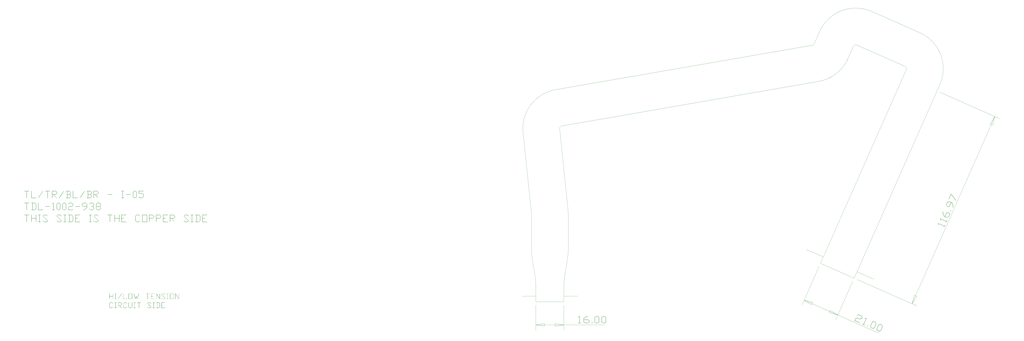
<source format=gbr>
G04 AutoGERB 2.0 for AutoCAD 14*
G04 RS274-X Output *
%FSLAX34Y34*%
%MOMM*%
%ADD12C,0.005000*%
%ADD13C,0.007000*%
G54D13*X-2213096Y1265035D02*X-2225840Y1265035D01*X-2225840Y1225895*X-2226720Y1225895*X-2226720Y1265035*X-2239465Y1265035*X-2239465Y1265895*X-2213096Y1265895*X-2213096Y1265035*G54D13*X-2173526Y1225492D02*X-2200324Y1225492D01*X-2200324Y1265465*X-2199437Y1265465*X-2199437Y1226345*X-2173526Y1226345*X-2173526Y1225492*G54D13*X-2133553Y1265247D02*X-2159949Y1225704D01*X-2160700Y1226127*X-2134331Y1265677*X-2133553Y1265247*G54D13*X-2094385Y1265035D02*X-2107130Y1265035D01*X-2107130Y1225895*X-2108010Y1225895*X-2108010Y1265035*X-2120754Y1265035*X-2120754Y1265895*X-2094385Y1265895*X-2094385Y1265035*G54D13*X-2054358Y1252100D02*X-2061228Y1245237D01*X-2073543Y1245237*X-2054495Y1226243*X-2055136Y1225602*X-2074744Y1245237*X-2080727Y1245237*X-2080727Y1225895*X-2081614Y1225895*X-2081614Y1265895*X-2061228Y1265895*X-2054358Y1259025*X-2054358Y1252100*G54D13*X-2055245Y1252448D02*X-2055245Y1258704D01*X-2061576Y1265029*X-2080727Y1265029*X-2080727Y1246117*X-2061576Y1246117*X-2055245Y1252448*G54D13*X-2014842Y1265247D02*X-2041239Y1225704D01*X-2041989Y1226127*X-2015620Y1265677*X-2014842Y1265247*G54D13*X-1975218Y1232329D02*X-1982088Y1225492D01*X-2002044Y1225492*X-2002044Y1226345*X-1995876Y1226345*X-1995876Y1265035*X-2002044Y1265035*X-2002044Y1265895*X-1982088Y1265895*X-1975218Y1259025*X-1975218Y1252100*X-1981658Y1245694*X-1975218Y1239253*X-1975218Y1232329*G54D13*X-1976105Y1252448D02*X-1976105Y1258704D01*X-1982436Y1265029*X-1995016Y1265029*X-1995016Y1246117*X-1982436Y1246117*X-1976105Y1252448*G54D13*X-1976105Y1232649D02*X-1976105Y1238933D01*X-1982436Y1245237*X-1995016Y1245237*X-1995016Y1226345*X-1982436Y1226345*X-1976105Y1232649*G54D13*X-1936105Y1225492D02*X-1962903Y1225492D01*X-1962903Y1265465*X-1962016Y1265465*X-1962016Y1226345*X-1936105Y1226345*X-1936105Y1225492*G54D13*X-1896132Y1265247D02*X-1922528Y1225704D01*X-1923278Y1226127*X-1896910Y1265677*X-1896132Y1265247*G54D13*X-1856507Y1232329D02*X-1863377Y1225492D01*X-1883333Y1225492*X-1883333Y1226345*X-1877166Y1226345*X-1877166Y1265035*X-1883333Y1265035*X-1883333Y1265895*X-1863377Y1265895*X-1856507Y1259025*X-1856507Y1252100*X-1862948Y1245694*X-1856507Y1239253*X-1856507Y1232329*G54D13*X-1857394Y1252448D02*X-1857394Y1258704D01*X-1863725Y1265029*X-1876306Y1265029*X-1876306Y1246117*X-1863725Y1246117*X-1857394Y1252448*G54D13*X-1857394Y1232649D02*X-1857394Y1238933D01*X-1863725Y1245237*X-1876306Y1245237*X-1876306Y1226345*X-1863725Y1226345*X-1857394Y1232649*G54D13*X-1816937Y1252100D02*X-1823807Y1245237D01*X-1836122Y1245237*X-1817073Y1226243*X-1817715Y1225602*X-1837322Y1245237*X-1843306Y1245237*X-1843306Y1225895*X-1844193Y1225895*X-1844193Y1265895*X-1823807Y1265895*X-1816937Y1259025*X-1816937Y1252100*G54D13*X-1817824Y1252448D02*X-1817824Y1258704D01*X-1824155Y1265029*X-1843306Y1265029*X-1843306Y1246117*X-1824155Y1246117*X-1817824Y1252448*G54D13*X-1738254Y1245237D02*X-1764622Y1245237D01*X-1764622Y1246124*X-1738254Y1246124*X-1738254Y1245237*G54D13*X-1672287Y1225492D02*X-1685482Y1225492D01*X-1685482Y1226345*X-1679315Y1226345*X-1679315Y1265035*X-1685482Y1265035*X-1685482Y1265895*X-1672287Y1265895*X-1672287Y1265035*X-1678455Y1265035*X-1678455Y1226345*X-1672287Y1226345*X-1672287Y1225492*G54D13*X-1632717Y1245237D02*X-1659086Y1245237D01*X-1659086Y1246124*X-1632717Y1246124*X-1632717Y1245237*G54D13*X-1599287Y1232329D02*X-1606158Y1225492D01*X-1613075Y1225492*X-1619946Y1232329*X-1619946Y1259025*X-1613075Y1265895*X-1606158Y1265895*X-1599287Y1259025*X-1599287Y1232329*G54D13*X-1600174Y1232649D02*X-1600174Y1258704D01*X-1606478Y1265029*X-1612755Y1265029*X-1619059Y1258704*X-1619059Y1232649*X-1612755Y1226345*X-1606478Y1226345*X-1600174Y1232649*G54D13*X-1559690Y1232329D02*X-1566560Y1225492D01*X-1580075Y1225492*X-1586836Y1232172*X-1586195Y1232813*X-1579755Y1226345*X-1566908Y1226345*X-1560577Y1232649*X-1560577Y1245530*X-1566908Y1251834*X-1586946Y1251834*X-1586946Y1265895*X-1560147Y1265895*X-1560147Y1265035*X-1586059Y1265035*X-1586059Y1252721*X-1566560Y1252721*X-1559690Y1245851*X-1559690Y1232329*G54D13*X-2213096Y1196818D02*X-2225840Y1196818D01*X-2225840Y1157677*X-2226720Y1157677*X-2226720Y1196818*X-2239465Y1196818*X-2239465Y1197677*X-2213096Y1197677*X-2213096Y1196818*G54D13*X-2173069Y1164111D02*X-2179939Y1157275D01*X-2199895Y1157275*X-2199895Y1158128*X-2193727Y1158128*X-2193727Y1196818*X-2199895Y1196818*X-2199895Y1197677*X-2179939Y1197677*X-2173069Y1190807*X-2173069Y1164111*G54D13*X-2173956Y1164432D02*X-2173956Y1190487D01*X-2180287Y1196811*X-2192867Y1196811*X-2192867Y1158128*X-2180287Y1158128*X-2173956Y1164432*G54D13*X-2133956Y1157275D02*X-2160754Y1157275D01*X-2160754Y1197248*X-2159867Y1197248*X-2159867Y1158128*X-2133956Y1158128*X-2133956Y1157275*G54D13*X-2094385Y1177019D02*X-2120754Y1177019D01*X-2120754Y1177906*X-2094385Y1177906*X-2094385Y1177019*G54D13*X-2067989Y1157275D02*X-2081184Y1157275D01*X-2081184Y1158128*X-2075016Y1158128*X-2075016Y1196197*X-2080863Y1190323*X-2081505Y1190964*X-2074771Y1197677*X-2074157Y1197677*X-2074157Y1158128*X-2067989Y1158128*X-2067989Y1157275*G54D13*X-2034559Y1164111D02*X-2041430Y1157275D01*X-2048348Y1157275*X-2055218Y1164111*X-2055218Y1190807*X-2048348Y1197677*X-2041430Y1197677*X-2034559Y1190807*X-2034559Y1164111*G54D13*X-2035446Y1164432D02*X-2035446Y1190487D01*X-2041750Y1196811*X-2048027Y1196811*X-2054331Y1190487*X-2054331Y1164432*X-2048027Y1158128*X-2041750Y1158128*X-2035446Y1164432*G54D13*X-2001559Y1164111D02*X-2008429Y1157275D01*X-2015347Y1157275*X-2022218Y1164111*X-2022218Y1190807*X-2015347Y1197677*X-2008429Y1197677*X-2001559Y1190807*X-2001559Y1164111*G54D13*X-2002446Y1164432D02*X-2002446Y1190487D01*X-2008750Y1196811*X-2015027Y1196811*X-2021331Y1190487*X-2021331Y1164432*X-2015027Y1158128*X-2008750Y1158128*X-2002446Y1164432*G54D13*X-1961962Y1183882D02*X-1968832Y1177019D01*X-1982027Y1177019*X-1988330Y1170715*X-1988330Y1158128*X-1962419Y1158128*X-1962419Y1157275*X-1989217Y1157275*X-1989217Y1171036*X-1982347Y1177899*X-1969180Y1177899*X-1962849Y1184230*X-1962849Y1190487*X-1969180Y1196818*X-1982027Y1196818*X-1988467Y1190323*X-1989108Y1190964*X-1982347Y1197677*X-1968832Y1197677*X-1961962Y1190807*X-1961962Y1183882*G54D13*X-1922849Y1177019D02*X-1949217Y1177019D01*X-1949217Y1177906*X-1922849Y1177906*X-1922849Y1177019*G54D13*X-1882821Y1170715D02*X-1896289Y1157275D01*X-1903050Y1157275*X-1903050Y1158128*X-1896610Y1158128*X-1883708Y1171036*X-1883708Y1177019*X-1903207Y1177019*X-1910077Y1183882*X-1910077Y1190807*X-1903207Y1197677*X-1889692Y1197677*X-1882821Y1190807*X-1882821Y1170715*G54D13*X-1883708Y1177899D02*X-1883708Y1190487D01*X-1890039Y1196811*X-1902886Y1196811*X-1909190Y1190487*X-1909190Y1184230*X-1902886Y1177899*X-1883708Y1177899*G54D13*X-1843251Y1164111D02*X-1850121Y1157275D01*X-1863637Y1157275*X-1870398Y1163954*X-1869756Y1164595*X-1863316Y1158128*X-1850469Y1158128*X-1844138Y1164432*X-1844138Y1170715*X-1850469Y1177019*X-1856882Y1177019*X-1856882Y1177899*X-1850469Y1177899*X-1844138Y1184230*X-1844138Y1190487*X-1850469Y1196818*X-1863316Y1196818*X-1869756Y1190323*X-1870398Y1190964*X-1863637Y1197677*X-1850121Y1197677*X-1843251Y1190807*X-1843251Y1183882*X-1849692Y1177476*X-1843251Y1171036*X-1843251Y1164111*G54D13*X-1803681Y1164111D02*X-1810551Y1157275D01*X-1824066Y1157275*X-1830937Y1164111*X-1830937Y1171036*X-1824524Y1177476*X-1830937Y1183882*X-1830937Y1190807*X-1824066Y1197677*X-1810551Y1197677*X-1803681Y1190807*X-1803681Y1183882*X-1810121Y1177476*X-1803681Y1171036*X-1803681Y1164111*G54D13*X-1804568Y1184230D02*X-1804568Y1190487D01*X-1810899Y1196811*X-1823746Y1196811*X-1830050Y1190487*X-1830050Y1184230*X-1823746Y1177899*X-1810899Y1177899*X-1804568Y1184230*G54D13*X-1804568Y1164432D02*X-1804568Y1170715D01*X-1810899Y1177019*X-1823746Y1177019*X-1830050Y1170715*X-1830050Y1164432*X-1823746Y1158128*X-1810899Y1158128*X-1804568Y1164432*G54D13*X-2213096Y1128600D02*X-2225840Y1128600D01*X-2225840Y1089460*X-2226720Y1089460*X-2226720Y1128600*X-2239465Y1128600*X-2239465Y1129460*X-2213096Y1129460*X-2213096Y1128600*G54D13*X-2173069Y1089460D02*X-2173956Y1089460D01*X-2173956Y1108801*X-2199437Y1108801*X-2199437Y1089460*X-2200324Y1089460*X-2200324Y1129030*X-2199437Y1129030*X-2199437Y1109681*X-2173956Y1109681*X-2173956Y1129030*X-2173069Y1129030*X-2173069Y1089460*G54D13*X-2147130Y1089057D02*X-2160324Y1089057D01*X-2160324Y1089910*X-2154157Y1089910*X-2154157Y1128600*X-2160324Y1128600*X-2160324Y1129460*X-2147130Y1129460*X-2147130Y1128600*X-2153297Y1128600*X-2153297Y1089910*X-2147130Y1089910*X-2147130Y1089057*G54D13*X-2106939Y1096057D02*X-2113973Y1089057D01*X-2127488Y1089057*X-2134249Y1095736*X-2133608Y1096378*X-2127167Y1089910*X-2114321Y1089910*X-2108146Y1096057*X-2134522Y1122426*X-2127488Y1129460*X-2113973Y1129460*X-2107239Y1122746*X-2107880Y1122105*X-2114321Y1128600*X-2127167Y1128600*X-2133314Y1122426*X-2106939Y1096057*G54D13*X-2027798Y1096057D02*X-2034832Y1089057D01*X-2048348Y1089057*X-2055109Y1095736*X-2054467Y1096378*X-2048027Y1089910*X-2035180Y1089910*X-2029006Y1096057*X-2055381Y1122426*X-2048348Y1129460*X-2034832Y1129460*X-2028099Y1122746*X-2028740Y1122105*X-2035180Y1128600*X-2048027Y1128600*X-2054174Y1122426*X-2027798Y1096057*G54D13*X-2002023Y1089057D02*X-2015218Y1089057D01*X-2015218Y1089910*X-2009050Y1089910*X-2009050Y1128600*X-2015218Y1128600*X-2015218Y1129460*X-2002023Y1129460*X-2002023Y1128600*X-2008191Y1128600*X-2008191Y1089910*X-2002023Y1089910*X-2002023Y1089057*G54D13*X-1961996Y1095893D02*X-1968866Y1089057D01*X-1988822Y1089057*X-1988822Y1089910*X-1982654Y1089910*X-1982654Y1128600*X-1988822Y1128600*X-1988822Y1129460*X-1968866Y1129460*X-1961996Y1122590*X-1961996Y1095893*G54D13*X-1962883Y1096214D02*X-1962883Y1122269D01*X-1969214Y1128593*X-1981795Y1128593*X-1981795Y1089910*X-1969214Y1089910*X-1962883Y1096214*G54D13*X-1922883Y1089057D02*X-1949681Y1089057D01*X-1949681Y1129460*X-1922883Y1129460*X-1922883Y1128600*X-1948794Y1128600*X-1948794Y1109681*X-1936057Y1109681*X-1936057Y1108801*X-1948794Y1108801*X-1948794Y1089910*X-1922883Y1089910*X-1922883Y1089057*G54D13*X-1856917Y1089057D02*X-1870111Y1089057D01*X-1870111Y1089910*X-1863944Y1089910*X-1863944Y1128600*X-1870111Y1128600*X-1870111Y1129460*X-1856917Y1129460*X-1856917Y1128600*X-1863084Y1128600*X-1863084Y1089910*X-1856917Y1089910*X-1856917Y1089057*G54D13*X-1816725Y1096057D02*X-1823759Y1089057D01*X-1837275Y1089057*X-1844036Y1095736*X-1843394Y1096378*X-1836954Y1089910*X-1824107Y1089910*X-1817933Y1096057*X-1844309Y1122426*X-1837275Y1129460*X-1823759Y1129460*X-1817026Y1122746*X-1817667Y1122105*X-1824107Y1128600*X-1836954Y1128600*X-1843101Y1122426*X-1816725Y1096057*G54D13*X-1738206Y1128600D02*X-1750950Y1128600D01*X-1750950Y1089460*X-1751830Y1089460*X-1751830Y1128600*X-1764575Y1128600*X-1764575Y1129460*X-1738206Y1129460*X-1738206Y1128600*G54D13*X-1698179Y1089460D02*X-1699066Y1089460D01*X-1699066Y1108801*X-1724547Y1108801*X-1724547Y1089460*X-1725434Y1089460*X-1725434Y1129030*X-1724547Y1129030*X-1724547Y1109681*X-1699066Y1109681*X-1699066Y1129030*X-1698179Y1129030*X-1698179Y1089460*G54D13*X-1659066Y1089057D02*X-1685864Y1089057D01*X-1685864Y1129460*X-1659066Y1129460*X-1659066Y1128600*X-1684977Y1128600*X-1684977Y1109681*X-1672240Y1109681*X-1672240Y1108801*X-1684977Y1108801*X-1684977Y1089910*X-1659066Y1089910*X-1659066Y1089057*G54D13*X-1579605Y1095736D02*X-1586338Y1089057D01*X-1599854Y1089057*X-1606724Y1095893*X-1606724Y1122590*X-1599854Y1129460*X-1586338Y1129460*X-1579605Y1122746*X-1580246Y1122105*X-1586686Y1128600*X-1599533Y1128600*X-1605837Y1122269*X-1605837Y1096214*X-1599533Y1089910*X-1586686Y1089910*X-1580246Y1096378*X-1579605Y1095736*G54D13*X-1539898Y1089057D02*X-1567154Y1089057D01*X-1567154Y1129460*X-1539898Y1129460*X-1539898Y1089057*G54D13*X-1540785Y1089910D02*X-1540785Y1128593D01*X-1566267Y1128593*X-1566267Y1089910*X-1540785Y1089910*G54D13*X-1500328Y1115665D02*X-1507198Y1108801D01*X-1526696Y1108801*X-1526696Y1089460*X-1527583Y1089460*X-1527583Y1129460*X-1507198Y1129460*X-1500328Y1122590*X-1500328Y1115665*G54D13*X-1501215Y1116013D02*X-1501215Y1122269D01*X-1507546Y1128593*X-1526696Y1128593*X-1526696Y1109681*X-1507546Y1109681*X-1501215Y1116013*G54D13*X-1460758Y1115665D02*X-1467628Y1108801D01*X-1487126Y1108801*X-1487126Y1089460*X-1488013Y1089460*X-1488013Y1129460*X-1467628Y1129460*X-1460758Y1122590*X-1460758Y1115665*G54D13*X-1461644Y1116013D02*X-1461644Y1122269D01*X-1467976Y1128593*X-1487126Y1128593*X-1487126Y1109681*X-1467976Y1109681*X-1461644Y1116013*G54D13*X-1421644Y1089057D02*X-1448443Y1089057D01*X-1448443Y1129460*X-1421644Y1129460*X-1421644Y1128600*X-1447556Y1128600*X-1447556Y1109681*X-1434819Y1109681*X-1434819Y1108801*X-1447556Y1108801*X-1447556Y1089910*X-1421644Y1089910*X-1421644Y1089057*G54D13*X-1381617Y1115665D02*X-1388487Y1108801D01*X-1400802Y1108801*X-1381754Y1089808*X-1382395Y1089166*X-1402003Y1108801*X-1407986Y1108801*X-1407986Y1089460*X-1408873Y1089460*X-1408873Y1129460*X-1388487Y1129460*X-1381617Y1122590*X-1381617Y1115665*G54D13*X-1382504Y1116013D02*X-1382504Y1122269D01*X-1388835Y1128593*X-1407986Y1128593*X-1407986Y1109681*X-1388835Y1109681*X-1382504Y1116013*G54D13*X-1302313Y1096057D02*X-1309347Y1089057D01*X-1322862Y1089057*X-1329623Y1095736*X-1328982Y1096378*X-1322542Y1089910*X-1309695Y1089910*X-1303521Y1096057*X-1329896Y1122426*X-1322862Y1129460*X-1309347Y1129460*X-1302613Y1122746*X-1303255Y1122105*X-1309695Y1128600*X-1322542Y1128600*X-1328689Y1122426*X-1302313Y1096057*G54D13*X-1276538Y1089057D02*X-1289732Y1089057D01*X-1289732Y1089910*X-1283565Y1089910*X-1283565Y1128600*X-1289732Y1128600*X-1289732Y1129460*X-1276538Y1129460*X-1276538Y1128600*X-1282705Y1128600*X-1282705Y1089910*X-1276538Y1089910*X-1276538Y1089057*G54D13*X-1236511Y1095893D02*X-1243381Y1089057D01*X-1263336Y1089057*X-1263336Y1089910*X-1257169Y1089910*X-1257169Y1128600*X-1263336Y1128600*X-1263336Y1129460*X-1243381Y1129460*X-1236511Y1122590*X-1236511Y1095893*G54D13*X-1237397Y1096214D02*X-1237397Y1122269D01*X-1243729Y1128593*X-1256309Y1128593*X-1256309Y1089910*X-1243729Y1089910*X-1237397Y1096214*G54D13*X-1197397Y1089057D02*X-1224196Y1089057D01*X-1224196Y1129460*X-1197397Y1129460*X-1197397Y1128600*X-1223309Y1128600*X-1223309Y1109681*X-1210572Y1109681*X-1210572Y1108801*X-1223309Y1108801*X-1223309Y1089910*X-1197397Y1089910*X-1197397Y1089057*G54D12*X791215Y1844565D02*X2256785Y2099077D01*G54D12*X827146Y1637662D02*X2292716Y1892174D01*G54D12*X862683Y1158397D02*X814792Y1621339D01*G54D12*X653798Y1136789D02*X605907Y1599730D01*G54D12*X678824Y632296D02*X838824Y632296D01*G54D13*X936324Y510222D02*X920491Y510222D01*X920491Y511075*X927892Y511075*X927892Y549145*X920876Y543270*X920106Y543912*X928186Y550625*X928923Y550625*X928923Y511075*X936324Y511075*X936324Y510222*G54D13*X984357Y517059D02*X976113Y510222D01*X959894Y510222*X951650Y517059*X951650Y537178*X967811Y550625*X975892Y550625*X975892Y549765*X968196Y549765*X952715Y536830*X952715Y530847*X976113Y530847*X984357Y523983*X984357Y517059*G54D13*X983293Y517379D02*X983293Y523663D01*X975695Y529967*X952715Y529967*X952715Y517379*X960279Y511075*X975695Y511075*X983293Y517379*G54D13*X1000199Y510625D02*X999134Y510625D01*X999134Y517222*X1000199Y517222*X1000199Y510625*G54D13*X1039766Y517059D02*X1031522Y510222D01*X1023220Y510222*X1014976Y517059*X1014976Y543755*X1023220Y550625*X1031522Y550625*X1039766Y543755*X1039766Y517059*G54D13*X1038702Y517379D02*X1038702Y543434D01*X1031137Y549759*X1023605Y549759*X1016040Y543434*X1016040Y517379*X1023605Y511075*X1031137Y511075*X1038702Y517379*G54D13*X1079366Y517059D02*X1071122Y510222D01*X1062821Y510222*X1054576Y517059*X1054576Y543755*X1062821Y550625*X1071122Y550625*X1079366Y543755*X1079366Y517059*G54D13*X1078302Y517379D02*X1078302Y543434D01*X1070737Y549759*X1063205Y549759*X1055641Y543434*X1055641Y517379*X1063205Y511075*X1070737Y511075*X1078302Y517379*G54D12*X678824Y612296D02*X678824Y470625D01*G54D12*X838824Y612296D02*X838824Y470625D01*G54D12*X678824Y500625D02*X758824Y500625D01*G54D12*X838824Y500625D02*X758824Y500625D01*G54D12*X758824Y500625D02*X1072574Y500625D01*G54D12*X728824Y492625D02*X728824Y508625D01*X678824Y500625*X678824Y500625*X728824Y492625*G54D12*X788824Y508625D02*X788824Y492625D01*X838824Y500625*X838824Y500625*X788824Y508625*G54D12*X653824Y931949D02*X653824Y1136274D01*G54D12*X678824Y722296D02*X677865Y747563D01*X675143Y774205*X671024Y802086*G54D12*X598824Y664296D02*X678824Y664296D01*G54D12*X678824Y632296D02*X678824Y722296D01*G54D12*X661625Y856086D02*X657504Y882616D01*X654784Y907947*X653824Y931949*G54D12*X671024Y802086D02*X667932Y820029D01*X664722Y838110*X661625Y856086*G54D12*X653824Y1136274D02*X653812Y1136622D01*X653798Y1136789*G54D12*X863824Y931949D02*X863824Y1136274D01*G54D13*X-1734061Y649275D02*X-1734726Y649275D01*X-1734726Y663781*X-1753837Y663781*X-1753837Y649275*X-1754502Y649275*X-1754502Y678953*X-1753837Y678953*X-1753837Y664441*X-1734726Y664441*X-1734726Y678953*X-1734061Y678953*X-1734061Y649275*G54D13*X-1714606Y648973D02*X-1724502Y648973D01*X-1724502Y649613*X-1719877Y649613*X-1719877Y678630*X-1724502Y678630*X-1724502Y679275*X-1714606Y679275*X-1714606Y678630*X-1719232Y678630*X-1719232Y649613*X-1714606Y649613*X-1714606Y648973*G54D13*X-1684627Y678789D02*X-1704424Y649132D01*X-1704987Y649449*X-1685210Y679111*X-1684627Y678789*G54D13*X-1655251Y648973D02*X-1675350Y648973D01*X-1675350Y678953*X-1674685Y678953*X-1674685Y649613*X-1655251Y649613*X-1655251Y648973*G54D13*X-1625231Y648973D02*X-1645672Y648973D01*X-1645672Y679275*X-1625231Y679275*X-1625231Y648973*G54D13*X-1625896Y649613D02*X-1625896Y678625D01*X-1645007Y678625*X-1645007Y649613*X-1625896Y649613*G54D13*X-1585672Y678825D02*X-1595553Y649275D01*X-1596239Y649275*X-1600844Y663075*X-1605434Y649275*X-1606114Y649275*X-1615995Y678825*X-1615330Y679070*X-1605776Y650319*X-1600844Y665147*X-1595896Y650319*X-1586338Y679070*X-1585672Y678825*G54D13*X-1526645Y678630D02*X-1536203Y678630D01*X-1536203Y649275*X-1536863Y649275*X-1536863Y678630*X-1546421Y678630*X-1546421Y679275*X-1526645Y679275*X-1526645Y678630*G54D13*X-1496967Y648973D02*X-1517066Y648973D01*X-1517066Y679275*X-1496967Y679275*X-1496967Y678630*X-1516401Y678630*X-1516401Y664441*X-1506848Y664441*X-1506848Y663781*X-1516401Y663781*X-1516401Y649613*X-1496967Y649613*X-1496967Y648973*G54D13*X-1466947Y649275D02*X-1467653Y649275D01*X-1486723Y677883*X-1486723Y649275*X-1487388Y649275*X-1487388Y678932*X-1486667Y678953*X-1467612Y650360*X-1467612Y678953*X-1466947Y678953*X-1466947Y649275*G54D13*X-1437146Y654223D02*X-1442422Y648973D01*X-1452558Y648973*X-1457629Y653982*X-1457148Y654463*X-1452317Y649613*X-1442682Y649613*X-1438052Y654223*X-1457833Y674000*X-1452558Y679275*X-1442422Y679275*X-1437371Y674240*X-1437852Y673759*X-1442682Y678630*X-1452317Y678630*X-1456928Y674000*X-1437146Y654223*G54D13*X-1417815Y648973D02*X-1427711Y648973D01*X-1427711Y649613*X-1423085Y649613*X-1423085Y678630*X-1427711Y678630*X-1427711Y679275*X-1417815Y679275*X-1417815Y678630*X-1422440Y678630*X-1422440Y649613*X-1417815Y649613*X-1417815Y648973*G54D13*X-1387794Y648973D02*X-1408236Y648973D01*X-1408236Y679275*X-1387794Y679275*X-1387794Y648973*G54D13*X-1388459Y649613D02*X-1388459Y678625D01*X-1407571Y678625*X-1407571Y649613*X-1388459Y649613*G54D13*X-1358117Y649275D02*X-1358823Y649275D01*X-1377893Y677883*X-1377893Y649275*X-1378558Y649275*X-1378558Y678932*X-1377837Y678953*X-1358782Y650360*X-1358782Y678953*X-1358117Y678953*X-1358117Y649275*G54D13*X-1734163Y602819D02*X-1739213Y597810D01*X-1749350Y597810*X-1754502Y602937*X-1754502Y622959*X-1749350Y628112*X-1739213Y628112*X-1734163Y623077*X-1734644Y622596*X-1739474Y627467*X-1749109Y627467*X-1753837Y622719*X-1753837Y603177*X-1749109Y598449*X-1739474Y598449*X-1734644Y603300*X-1734163Y602819*G54D13*X-1714606Y597810D02*X-1724502Y597810D01*X-1724502Y598449*X-1719877Y598449*X-1719877Y627467*X-1724502Y627467*X-1724502Y628112*X-1714606Y628112*X-1714606Y627467*X-1719232Y627467*X-1719232Y598449*X-1714606Y598449*X-1714606Y597810*G54D13*X-1684586Y617766D02*X-1689739Y612618D01*X-1698974Y612618*X-1684688Y598373*X-1685169Y597892*X-1699875Y612618*X-1704363Y612618*X-1704363Y598112*X-1705028Y598112*X-1705028Y628112*X-1689739Y628112*X-1684586Y622959*X-1684586Y617766*G54D13*X-1685251Y618026D02*X-1685251Y622719D01*X-1690000Y627462*X-1704363Y627462*X-1704363Y613278*X-1690000Y613278*X-1685251Y618026*G54D13*X-1655011Y602819D02*X-1660061Y597810D01*X-1670197Y597810*X-1675350Y602937*X-1675350Y622959*X-1670197Y628112*X-1660061Y628112*X-1655011Y623077*X-1655492Y622596*X-1660322Y627467*X-1669957Y627467*X-1674685Y622719*X-1674685Y603177*X-1669957Y598449*X-1660322Y598449*X-1655492Y603300*X-1655011Y602819*G54D13*X-1625231Y602937D02*X-1630383Y597810D01*X-1640520Y597810*X-1645672Y602937*X-1645672Y627789*X-1645007Y627789*X-1645007Y603177*X-1640279Y598449*X-1630644Y598449*X-1625896Y603177*X-1625896Y627789*X-1625231Y627789*X-1625231Y602937*G54D13*X-1605776Y597810D02*X-1615672Y597810D01*X-1615672Y598449*X-1611047Y598449*X-1611047Y627467*X-1615672Y627467*X-1615672Y628112*X-1605776Y628112*X-1605776Y627467*X-1610402Y627467*X-1610402Y598449*X-1605776Y598449*X-1605776Y597810*G54D13*X-1576099Y627467D02*X-1585657Y627467D01*X-1585657Y598112*X-1586317Y598112*X-1586317Y627467*X-1595875Y627467*X-1595875Y628112*X-1576099Y628112*X-1576099Y627467*G54D13*X-1516278Y603060D02*X-1521553Y597810D01*X-1531690Y597810*X-1536761Y602819*X-1536280Y603300*X-1531449Y598449*X-1521814Y598449*X-1517184Y603060*X-1536965Y622836*X-1531690Y628112*X-1521553Y628112*X-1516503Y623077*X-1516984Y622596*X-1521814Y627467*X-1531449Y627467*X-1536060Y622836*X-1516278Y603060*G54D13*X-1496947Y597810D02*X-1506842Y597810D01*X-1506842Y598449*X-1502217Y598449*X-1502217Y627467*X-1506842Y627467*X-1506842Y628112*X-1496947Y628112*X-1496947Y627467*X-1501572Y627467*X-1501572Y598449*X-1496947Y598449*X-1496947Y597810*G54D13*X-1466926Y602937D02*X-1472079Y597810D01*X-1487045Y597810*X-1487045Y598449*X-1482420Y598449*X-1482420Y627467*X-1487045Y627467*X-1487045Y628112*X-1472079Y628112*X-1466926Y622959*X-1466926Y602937*G54D13*X-1467591Y603177D02*X-1467591Y622719D01*X-1472340Y627462*X-1481775Y627462*X-1481775Y598449*X-1472340Y598449*X-1467591Y603177*G54D13*X-1437591Y597810D02*X-1457690Y597810D01*X-1457690Y628112*X-1437591Y628112*X-1437591Y627467*X-1457025Y627467*X-1457025Y613278*X-1447472Y613278*X-1447472Y612618*X-1457025Y612618*X-1457025Y598449*X-1437591Y598449*X-1437591Y597810*G54D12*X838824Y722296D02*X839784Y747563D01*X842505Y774205*X846625Y802086*G54D12*X838824Y632296D02*X838824Y722296D01*G54D12*X838824Y664296D02*X918824Y664296D01*G54D12*X856024Y856086D02*X860144Y882616D01*X862865Y907947*X863824Y931949*G54D12*X846625Y802086D02*X849717Y820029D01*X852926Y838110*X856024Y856086*G54D12*X863824Y1136274D02*X863304Y1151226D01*X862683Y1158397*G54D12*X791215Y1844565D02*X775892Y1841351D01*X760829Y1837079*X746100Y1831770*X731776Y1825450*X717925Y1818148*X704617Y1809901*X691913Y1800749*X679878Y1790735*X668567Y1779909*X658037Y1768322*X648338Y1756031*X639518Y1743095*X631618Y1729577*X624678Y1715542*X618731Y1701059*X613805Y1686197*X609924Y1671029*X607108Y1655627*X605370Y1640067*X604718Y1624424*X605156Y1608773*X605907Y1599730*G54D12*X827146Y1637662D02*X826125Y1637447D01*X825121Y1637163*X824139Y1636809*X823184Y1636387*X822260Y1635900*X821373Y1635351*X820526Y1634741*X819724Y1634073*X818970Y1633351*X818268Y1632579*X817621Y1631759*X817033Y1630897*X816507Y1629996*X816044Y1629060*X815647Y1628095*X815319Y1627104*X815060Y1626093*X814873Y1625066*X814757Y1624028*X814713Y1622986*X814742Y1621942*X814792Y1621339*G54D12*X2984526Y1873808D02*X2495298Y767405D01*G54D12*X2792464Y1958734D02*X2303236Y852331D01*G54D13*X2538897Y536046D02*X2528582Y533103D01*X2514100Y539507*X2504632Y536800*X2499541Y525289*X2527979Y512714*X2527634Y511934*X2498223Y524939*X2503788Y537523*X2514104Y540467*X2528555Y534077*X2538064Y536795*X2540594Y542517*X2536206Y551379*X2522107Y557613*X2512412Y554799*X2511968Y555697*X2522102Y558556*X2536936Y551997*X2541697Y542380*X2538897Y536046*G54D13*X2556605Y499124D02*X2542123Y505527D01*X2542468Y506307*X2549237Y503314*X2564633Y538131*X2555840Y535596*X2555395Y536494*X2565501Y539366*X2566175Y539068*X2550181Y502897*X2556950Y499904*X2556605Y499124*G54D13*X2571757Y492864D02*X2570783Y493295D01*X2573451Y499328*X2574425Y498898*X2571757Y492864*G54D13*X2610547Y482748D02*X2600242Y479828D01*X2592649Y483186*X2587874Y492773*X2598670Y517188*X2608988Y520138*X2616581Y516780*X2621343Y507163*X2610547Y482748*G54D13*X2609703Y483470D02*X2620240Y507300D01*X2615879Y516144*X2608990Y519190*X2599514Y516464*X2588977Y492635*X2593346Y483810*X2600235Y480764*X2609703Y483470*G54D13*X2646764Y466733D02*X2636459Y463814D01*X2628867Y467171*X2624091Y476758*X2634888Y501174*X2645207Y504123*X2652798Y500766*X2657560Y491149*X2646764Y466733*G54D13*X2645920Y467456D02*X2656457Y491285D01*X2652096Y500129*X2645208Y503175*X2635732Y500450*X2625195Y476620*X2629563Y467796*X2636452Y464750*X2645920Y467456*G54D12*X2487209Y749114D02*X2390083Y529460D01*G54D12*X2295148Y834039D02*X2198022Y614386D01*G54D12*X2402216Y556898D02*X2306185Y599361D01*G54D12*X2306185Y599361D02*X2633906Y454449D01*G54D12*X2210154Y641823D02*X2306185Y599361D01*G54D12*X2359722Y584435D02*X2353251Y569802D01*X2402216Y556898*X2402216Y556898*X2359722Y584435*G54D12*X2252648Y614286D02*X2259118Y628920D01*X2210154Y641823*X2210154Y641823*X2252648Y614286*G54D12*X2495298Y767405D02*X2303236Y852331D01*G54D12*X2319412Y888914D02*X2223381Y931377D01*G54D12*X2607505Y761526D02*X2511474Y803988D01*G54D12*X2595363Y2291902D02*X2869737Y2170580D01*G54D12*X2510438Y2099841D02*X2784811Y1978519D01*G54D12*X2292716Y1892174D02*X2308040Y1895388D01*X2323103Y1899659*X2337832Y1904968*X2352156Y1911289*X2366006Y1918590*X2379315Y1926837*X2392018Y1935990*X2404054Y1946003*X2415365Y1956830*X2425895Y1968417*X2435593Y1980708*X2444414Y1993644*X2452313Y2007162*X2459254Y2021196*X2459999Y2022864*G54D12*X2595363Y2291902D02*X2580832Y2297732D01*X2565931Y2302537*X2550732Y2306294*X2535308Y2308985*X2519734Y2310597*X2504086Y2311122*X2488439Y2310557*X2472870Y2308906*X2457453Y2306176*X2442263Y2302380*X2427374Y2297537*X2412858Y2291671*X2398785Y2284809*X2385223Y2276985*X2372238Y2268237*X2359893Y2258607*X2348248Y2248142*X2337358Y2236892*X2327277Y2224912*X2318054Y2212260*X2309733Y2198998*X2302355Y2185188*X2298591Y2177114*G54D12*X2256785Y2099077D02*X2257807Y2099291D01*X2258811Y2099576*X2259793Y2099930*X2260748Y2100351*X2261671Y2100838*X2262559Y2101388*X2263406Y2101998*X2264208Y2102665*X2264962Y2103387*X2265664Y2104160*X2266311Y2104979*X2266899Y2105841*X2267425Y2106743*X2267888Y2107678*X2267938Y2107790*G54D12*X2267938Y2107790D02*X2298591Y2177114D01*G54D12*X2459999Y2022864D02*X2490653Y2092188D01*G54D12*X2510438Y2099841D02*X2509469Y2100229D01*X2508476Y2100550*X2507462Y2100800*X2506434Y2100980*X2505396Y2101087*X2504353Y2101122*X2503309Y2101084*X2502271Y2100974*X2501244Y2100792*X2500231Y2100539*X2499238Y2100216*X2498271Y2099825*X2497332Y2099368*X2496428Y2098846*X2495563Y2098263*X2494740Y2097621*X2493963Y2096923*X2493237Y2096173*X2492565Y2095375*X2491950Y2094531*X2491396Y2093647*X2490904Y2092727*X2490653Y2092188*G54D12*X2984526Y1873808D02*X2990355Y1888339D01*X2995160Y1903241*X2998917Y1918440*X3001608Y1933864*X3003220Y1949437*X3003745Y1965085*X3003180Y1980732*X3001529Y1996302*X2998799Y2011719*X2995003Y2026908*X2990160Y2041797*X2984294Y2056314*X2977432Y2070387*X2969608Y2083948*X2960860Y2096933*X2951230Y2109278*X2940765Y2120924*X2929515Y2131813*X2917535Y2141894*X2904883Y2151117*X2891621Y2159438*X2877812Y2166817*X2869737Y2170580*G54D12*X2792464Y1958734D02*X2792853Y1959702D01*X2793173Y1960696*X2793423Y1961709*X2793603Y1962737*X2793710Y1963776*X2793745Y1964819*X2793708Y1965862*X2793598Y1966900*X2793416Y1967928*X2793162Y1968940*X2792840Y1969933*X2792449Y1970901*X2791991Y1971839*X2791469Y1972743*X2790886Y1973609*X2790244Y1974432*X2789547Y1975208*X2788797Y1975934*X2787998Y1976606*X2787154Y1977221*X2786270Y1977776*X2785350Y1978268*X2784811Y1978519*G54D13*X3013986Y1071389D02*X3008075Y1058022D01*X3007295Y1058367*X3010058Y1064615*X2975241Y1080011*X2977995Y1071712*X2977121Y1071322*X2973998Y1080859*X2974273Y1081481*X3010443Y1065486*X3013206Y1071734*X3013986Y1071389*G54D13*X3025810Y1098130D02*X3019900Y1084763D01*X3019119Y1085108*X3021882Y1091356*X2987065Y1106752*X2989820Y1098453*X2988945Y1098063*X2985822Y1107599*X2986097Y1108221*X3022267Y1092227*X3025030Y1098475*X3025810Y1098130*G54D13*X3037488Y1141446D02*X3040663Y1131721D01*X3034609Y1118029*X3025279Y1113834*X3006878Y1121970*X3000614Y1141052*X3003630Y1147874*X3004417Y1147526*X3001544Y1141029*X3007594Y1122728*X3013066Y1120309*X3021800Y1140062*X3031155Y1144246*X3037488Y1141446*G54D13*X3036798Y1140677D02*X3031051Y1143218D01*X3022449Y1139353*X3013871Y1119953*X3025383Y1114862*X3033972Y1118698*X3039727Y1131713*X3036798Y1140677*G54D13*X3049286Y1152218D02*X3048889Y1151320D01*X3042855Y1153987*X3043253Y1154886*X3049286Y1152218*G54D13*X3055088Y1197578D02*X3061348Y1178499D01*X3058319Y1171650*X3057539Y1171995*X3060424Y1178519*X3054398Y1196809*X3048925Y1199229*X3040190Y1179475*X3030836Y1175291*X3024503Y1178091*X3021297Y1187830*X3027351Y1201522*X3036712Y1205704*X3055088Y1197578*G54D13*X3048120Y1199584D02*X3036608Y1204675D01*X3027987Y1200819*X3022233Y1187804*X3025193Y1178860*X3030915Y1176330*X3039529Y1180156*X3048120Y1199584*G54D13*X3048274Y1248839D02*X3076019Y1212203D01*X3075296Y1211614*X3048425Y1247053*X3036924Y1221044*X3036138Y1221392*X3048274Y1248839*G54D12*X2986641Y1829137D02*X3325991Y1679083D01*G54D12*X2513589Y759317D02*X2852939Y609264D01*G54D12*X3298554Y1691216D02*X3062028Y1156306D01*G54D12*X2825502Y621396D02*X3062028Y1156306D01*G54D12*X3271017Y1648722D02*X3285650Y1642251D01*X3298554Y1691216*X3298554Y1691216*X3271017Y1648722*G54D12*X2853039Y663889D02*X2838406Y670360D01*X2825502Y621396*X2825502Y621396*X2853039Y663889*M02*
</source>
